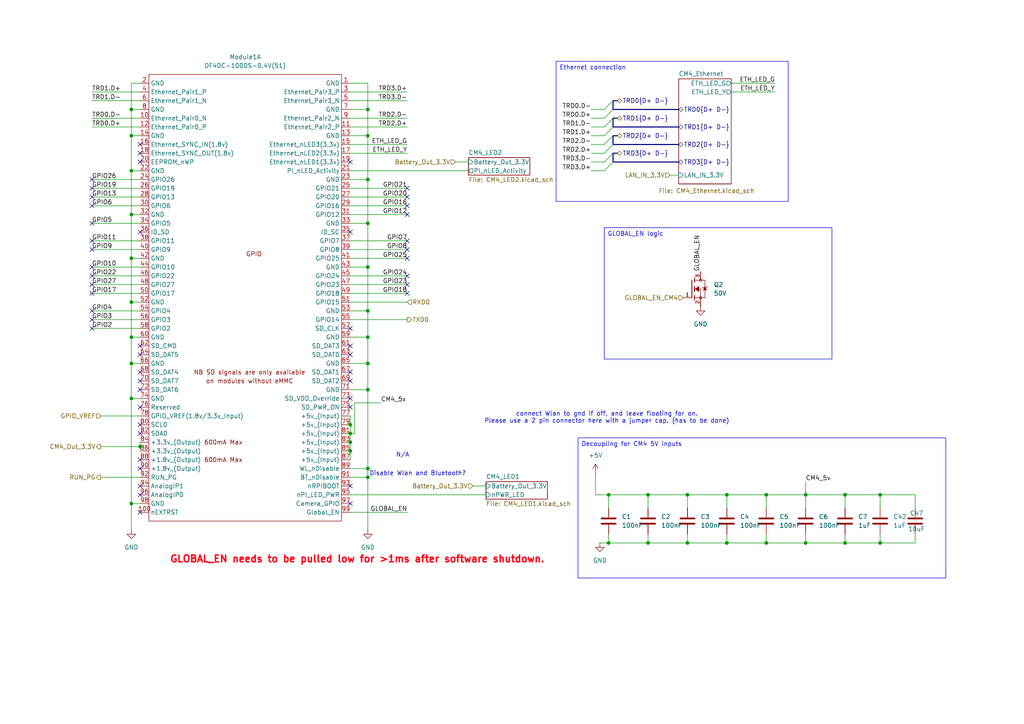
<source format=kicad_sch>
(kicad_sch (version 20250114) (generator "eeschema") (generator_version "9.0")
  (paper "A4")
  (title_block (date "2025-11-19") (rev "0") (company "Davide"))
  (lib_symbols
    (symbol "#dzdb:g_cap/C-100n-0603" (pin_numbers (hide yes)) (pin_names (offset 0.254))
      (property "Reference" "C" (at 0.635 2.54 0))
      (property "Value" "100nF" (at 0.635 -2.54 0))
      (symbol "g_cap/C-100n-0603_0_1"
        (polyline (pts (xy -2.032 0.762) (xy 2.032 0.762)) (stroke (width 0.508)))
        (polyline (pts (xy -2.032 -0.762) (xy 2.032 -0.762)) (stroke (width 0.508)))
      )
      (symbol "g_cap/C-100n-0603_1_1"
        (pin passive line (at 0 3.81 270) (length 2.794) (name "~") (number "1"))
        (pin passive line (at 0 -3.81 90) (length 2.794) (name "~") (number "2"))
      )
    )
    (symbol "#dzdb:g_cap/C-1u-0603" (pin_numbers (hide yes)) (pin_names (offset 0.254))
      (property "Reference" "C" (at 0.635 2.54 0))
      (property "Value" "1uF" (at 0.635 -2.54 0))
      (symbol "g_cap/C-1u-0603_0_1"
        (polyline (pts (xy -2.032 0.762) (xy 2.032 0.762)) (stroke (width 0.508)))
        (polyline (pts (xy -2.032 -0.762) (xy 2.032 -0.762)) (stroke (width 0.508)))
      )
      (symbol "g_cap/C-1u-0603_1_1"
        (pin passive line (at 0 3.81 270) (length 2.794) (name "~") (number "1"))
        (pin passive line (at 0 -3.81 90) (length 2.794) (name "~") (number "2"))
      )
    )
    (symbol "#dzdb:s_cap/C-MUR-GRM32EC72A106KE05" (pin_numbers (hide yes)) (pin_names (offset 0.254))
      (property "Reference" "C" (at 0.635 2.54 0))
      (property "Value" "10uF" (at 0.635 -2.54 0))
      (symbol "s_cap/C-MUR-GRM32EC72A106KE05_0_1"
        (polyline (pts (xy -2.032 0.762) (xy 2.032 0.762)) (stroke (width 0.508)))
        (polyline (pts (xy -2.032 -0.762) (xy 2.032 -0.762)) (stroke (width 0.508)))
      )
      (symbol "s_cap/C-MUR-GRM32EC72A106KE05_1_1"
        (pin passive line (at 0 3.81 270) (length 2.794) (name "~") (number "1"))
        (pin passive line (at 0 -3.81 90) (length 2.794) (name "~") (number "2"))
      )
    )
    (symbol "#dzdb:s_con/CON-DF40C-100DS-0.4V51"
      (property "Reference" "Module?" (at -2.54 61.595 0))
      (property "Value" "DF40C-100DS-0.4V(51)" (at -2.54 59.2836 0))
      (symbol "s_con/CON-DF40C-100DS-0.4V51_1_0"
        (text "GPIO" (at 0 6.35 0) (effects (font (size 1.27 1.27))))
      )
      (symbol "s_con/CON-DF40C-100DS-0.4V51_1_1"
        (rectangle (start -30.48 -71.12) (end 25.4 58.42))
        (text "600mA Max" (at -8.89 -48.26 0) (effects (font (size 1.27 1.27))))
        (text "600mA Max" (at -8.89 -53.34 0) (effects (font (size 1.27 1.27))))
        (text "NB SD signals are only available" (at -1.27 -27.94 0) (effects (font (size 1.27 1.27))))
        (text "on modules without eMMC" (at -1.27 -30.48 0) (effects (font (size 1.27 1.27))))
        (pin power_in line (at -33.02 55.88 0) (length 2.54) (name "GND") (number "2"))
        (pin passive line (at -33.02 53.34 0) (length 2.54) (name "Ethernet_Pair1_P") (number "4"))
        (pin passive line (at -33.02 50.8 0) (length 2.54) (name "Ethernet_Pair1_N") (number "6"))
        (pin power_in line (at -33.02 48.26 0) (length 2.54) (name "GND") (number "8"))
        (pin passive line (at -33.02 45.72 0) (length 2.54) (name "Ethernet_Pair0_N") (number "10"))
        (pin passive line (at -33.02 43.18 0) (length 2.54) (name "Ethernet_Pair0_P") (number "12"))
        (pin power_in line (at -33.02 40.64 0) (length 2.54) (name "GND") (number "14"))
        (pin input line (at -33.02 38.1 0) (length 2.54) (name "Ethernet_SYNC_IN(1.8v)") (number "16"))
        (pin input line (at -33.02 35.56 0) (length 2.54) (name "Ethernet_SYNC_OUT(1.8v)") (number "18"))
        (pin passive line (at -33.02 33.02 0) (length 2.54) (name "EEPROM_nWP") (number "20"))
        (pin power_in line (at -33.02 30.48 0) (length 2.54) (name "GND") (number "22"))
        (pin passive line (at -33.02 27.94 0) (length 2.54) (name "GPIO26") (number "24"))
        (pin passive line (at -33.02 25.4 0) (length 2.54) (name "GPIO19") (number "26"))
        (pin passive line (at -33.02 22.86 0) (length 2.54) (name "GPIO13") (number "28"))
        (pin passive line (at -33.02 20.32 0) (length 2.54) (name "GPIO6") (number "30"))
        (pin power_in line (at -33.02 17.78 0) (length 2.54) (name "GND") (number "32"))
        (pin passive line (at -33.02 15.24 0) (length 2.54) (name "GPIO5") (number "34"))
        (pin passive line (at -33.02 12.7 0) (length 2.54) (name "ID_SD") (number "36"))
        (pin passive line (at -33.02 10.16 0) (length 2.54) (name "GPIO11") (number "38"))
        (pin passive line (at -33.02 7.62 0) (length 2.54) (name "GPIO9") (number "40"))
        (pin power_in line (at -33.02 5.08 0) (length 2.54) (name "GND") (number "42"))
        (pin passive line (at -33.02 2.54 0) (length 2.54) (name "GPIO10") (number "44"))
        (pin passive line (at -33.02 0 0) (length 2.54) (name "GPIO22") (number "46"))
        (pin passive line (at -33.02 -2.54 0) (length 2.54) (name "GPIO27") (number "48"))
        (pin passive line (at -33.02 -5.08 0) (length 2.54) (name "GPIO17") (number "50"))
        (pin power_in line (at -33.02 -7.62 0) (length 2.54) (name "GND") (number "52"))
        (pin passive line (at -33.02 -10.16 0) (length 2.54) (name "GPIO4") (number "54"))
        (pin passive line (at -33.02 -12.7 0) (length 2.54) (name "GPIO3") (number "56"))
        (pin passive line (at -33.02 -15.24 0) (length 2.54) (name "GPIO2") (number "58"))
        (pin power_in line (at -33.02 -17.78 0) (length 2.54) (name "GND") (number "60"))
        (pin passive line (at -33.02 -20.32 0) (length 2.54) (name "SD_CMD") (number "62"))
        (pin passive line (at -33.02 -22.86 0) (length 2.54) (name "SD_DAT5") (number "64"))
        (pin power_in line (at -33.02 -25.4 0) (length 2.54) (name "GND") (number "66"))
        (pin passive line (at -33.02 -27.94 0) (length 2.54) (name "SD_DAT4") (number "68"))
        (pin passive line (at -33.02 -30.48 0) (length 2.54) (name "SD_DAT7") (number "70"))
        (pin passive line (at -33.02 -33.02 0) (length 2.54) (name "SD_DAT6") (number "72"))
        (pin power_in line (at -33.02 -35.56 0) (length 2.54) (name "GND") (number "74"))
        (pin passive line (at -33.02 -38.1 0) (length 2.54) (name "Reserved") (number "76"))
        (pin power_in line (at -33.02 -40.64 0) (length 2.54) (name "GPIO_VREF(1.8v/3.3v_Input)") (number "78"))
        (pin passive line (at -33.02 -43.18 0) (length 2.54) (name "SCL0") (number "80"))
        (pin passive line (at -33.02 -45.72 0) (length 2.54) (name "SDA0") (number "82"))
        (pin power_out line (at -33.02 -48.26 0) (length 2.54) (name "+3.3v_(Output)") (number "84"))
        (pin power_out line (at -33.02 -50.8 0) (length 2.54) (name "+3.3v_(Output)") (number "86"))
        (pin power_out line (at -33.02 -53.34 0) (length 2.54) (name "+1.8v_(Output)") (number "88"))
        (pin power_out line (at -33.02 -55.88 0) (length 2.54) (name "+1.8v_(Output)") (number "90"))
        (pin passive line (at -33.02 -58.42 0) (length 2.54) (name "RUN_PG") (number "92"))
        (pin passive line (at -33.02 -60.96 0) (length 2.54) (name "AnalogIP1") (number "94"))
        (pin passive line (at -33.02 -63.5 0) (length 2.54) (name "AnalogIP0") (number "96"))
        (pin power_in line (at -33.02 -66.04 0) (length 2.54) (name "GND") (number "98"))
        (pin output line (at -33.02 -68.58 0) (length 2.54) (name "nEXTRST") (number "100"))
        (pin power_in line (at 27.94 55.88 180) (length 2.54) (name "GND") (number "1"))
        (pin passive line (at 27.94 53.34 180) (length 2.54) (name "Ethernet_Pair3_P") (number "3"))
        (pin passive line (at 27.94 50.8 180) (length 2.54) (name "Ethernet_Pair3_N") (number "5"))
        (pin power_in line (at 27.94 48.26 180) (length 2.54) (name "GND") (number "7"))
        (pin passive line (at 27.94 45.72 180) (length 2.54) (name "Ethernet_Pair2_N") (number "9"))
        (pin passive line (at 27.94 43.18 180) (length 2.54) (name "Ethernet_Pair2_P") (number "11"))
        (pin power_in line (at 27.94 40.64 180) (length 2.54) (name "GND") (number "13"))
        (pin output line (at 27.94 38.1 180) (length 2.54) (name "Ethernet_nLED3(3.3v)") (number "15"))
        (pin output line (at 27.94 35.56 180) (length 2.54) (name "Ethernet_nLED2(3.3v)") (number "17"))
        (pin output line (at 27.94 33.02 180) (length 2.54) (name "Ethernet_nLED1(3.3v)") (number "19"))
        (pin open_collector line (at 27.94 30.48 180) (length 2.54) (name "PI_nLED_Activity") (number "21"))
        (pin power_in line (at 27.94 27.94 180) (length 2.54) (name "GND") (number "23"))
        (pin passive line (at 27.94 25.4 180) (length 2.54) (name "GPIO21") (number "25"))
        (pin passive line (at 27.94 22.86 180) (length 2.54) (name "GPIO20") (number "27"))
        (pin passive line (at 27.94 20.32 180) (length 2.54) (name "GPIO16") (number "29"))
        (pin passive line (at 27.94 17.78 180) (length 2.54) (name "GPIO12") (number "31"))
        (pin power_in line (at 27.94 15.24 180) (length 2.54) (name "GND") (number "33"))
        (pin passive line (at 27.94 12.7 180) (length 2.54) (name "ID_SC") (number "35"))
        (pin passive line (at 27.94 10.16 180) (length 2.54) (name "GPIO7") (number "37"))
        (pin passive line (at 27.94 7.62 180) (length 2.54) (name "GPIO8") (number "39"))
        (pin passive line (at 27.94 5.08 180) (length 2.54) (name "GPIO25") (number "41"))
        (pin power_in line (at 27.94 2.54 180) (length 2.54) (name "GND") (number "43"))
        (pin passive line (at 27.94 0 180) (length 2.54) (name "GPIO24") (number "45"))
        (pin passive line (at 27.94 -2.54 180) (length 2.54) (name "GPIO23") (number "47"))
        (pin passive line (at 27.94 -5.08 180) (length 2.54) (name "GPIO18") (number "49"))
        (pin passive line (at 27.94 -7.62 180) (length 2.54) (name "GPIO15") (number "51"))
        (pin power_in line (at 27.94 -10.16 180) (length 2.54) (name "GND") (number "53"))
        (pin passive line (at 27.94 -12.7 180) (length 2.54) (name "GPIO14") (number "55"))
        (pin passive line (at 27.94 -15.24 180) (length 2.54) (name "SD_CLK") (number "57"))
        (pin power_in line (at 27.94 -17.78 180) (length 2.54) (name "GND") (number "59"))
        (pin passive line (at 27.94 -20.32 180) (length 2.54) (name "SD_DAT3") (number "61"))
        (pin passive line (at 27.94 -22.86 180) (length 2.54) (name "SD_DAT0") (number "63"))
        (pin power_in line (at 27.94 -25.4 180) (length 2.54) (name "GND") (number "65"))
        (pin passive line (at 27.94 -27.94 180) (length 2.54) (name "SD_DAT1") (number "67"))
        (pin passive line (at 27.94 -30.48 180) (length 2.54) (name "SD_DAT2") (number "69"))
        (pin power_in line (at 27.94 -33.02 180) (length 2.54) (name "GND") (number "71"))
        (pin input line (at 27.94 -35.56 180) (length 2.54) (name "SD_VDD_Override") (number "73"))
        (pin output line (at 27.94 -38.1 180) (length 2.54) (name "SD_PWR_ON") (number "75"))
        (pin power_in line (at 27.94 -40.64 180) (length 2.54) (name "+5v_(Input)") (number "77"))
        (pin power_in line (at 27.94 -43.18 180) (length 2.54) (name "+5v_(Input)") (number "79"))
        (pin power_in line (at 27.94 -45.72 180) (length 2.54) (name "+5v_(Input)") (number "81"))
        (pin power_in line (at 27.94 -48.26 180) (length 2.54) (name "+5v_(Input)") (number "83"))
        (pin power_in line (at 27.94 -50.8 180) (length 2.54) (name "+5v_(Input)") (number "85"))
        (pin power_in line (at 27.94 -53.34 180) (length 2.54) (name "+5v_(Input)") (number "87"))
        (pin input line (at 27.94 -55.88 180) (length 2.54) (name "WL_nDisable") (number "89"))
        (pin input line (at 27.94 -58.42 180) (length 2.54) (name "BT_nDisable") (number "91"))
        (pin input line (at 27.94 -60.96 180) (length 2.54) (name "nRPIBOOT") (number "93"))
        (pin output line (at 27.94 -63.5 180) (length 2.54) (name "nPI_LED_PWR") (number "95"))
        (pin passive line (at 27.94 -66.04 180) (length 2.54) (name "Camera_GPIO") (number "97"))
        (pin input line (at 27.94 -68.58 180) (length 2.54) (name "Global_EN") (number "99"))
      )
      (symbol "s_con/CON-DF40C-100DS-0.4V51_2_1"
        (rectangle (start 114.3 -66.04) (end 165.1 63.5))
        (text "High Speed Serial" (at 140.97 0 0) (effects (font (size 1.27 1.27))))
        (pin input line (at 109.22 60.96 0) (length 5.08) (name "PCIe_CLK_nREQ") (number "102"))
        (pin passive line (at 109.22 58.42 0) (length 5.08) (name "Reserved") (number "104"))
        (pin passive line (at 109.22 55.88 0) (length 5.08) (name "Reserved") (number "106"))
        (pin power_in line (at 109.22 53.34 0) (length 5.08) (name "GND") (number "108"))
        (pin output line (at 109.22 50.8 0) (length 5.08) (name "PCIe_CLK_P") (number "110"))
        (pin output line (at 109.22 48.26 0) (length 5.08) (name "PCIe_CLK_N") (number "112"))
        (pin power_in line (at 109.22 45.72 0) (length 5.08) (name "GND") (number "114"))
        (pin input line (at 109.22 43.18 0) (length 5.08) (name "PCIe_RX_P") (number "116"))
        (pin input line (at 109.22 40.64 0) (length 5.08) (name "PCIe_RX_N") (number "118"))
        (pin power_in line (at 109.22 38.1 0) (length 5.08) (name "GND") (number "120"))
        (pin output line (at 109.22 35.56 0) (length 5.08) (name "PCIe_TX_P") (number "122"))
        (pin output line (at 109.22 33.02 0) (length 5.08) (name "PCIe_TX_N") (number "124"))
        (pin power_in line (at 109.22 30.48 0) (length 5.08) (name "GND") (number "126"))
        (pin input line (at 109.22 27.94 0) (length 5.08) (name "CAM0_D0_N") (number "128"))
        (pin input line (at 109.22 25.4 0) (length 5.08) (name "CAM0_D0_P") (number "130"))
        (pin power_in line (at 109.22 22.86 0) (length 5.08) (name "GND") (number "132"))
        (pin input line (at 109.22 20.32 0) (length 5.08) (name "CAM0_D1_N") (number "134"))
        (pin input line (at 109.22 17.78 0) (length 5.08) (name "CAM0_D1_P") (number "136"))
        (pin power_in line (at 109.22 15.24 0) (length 5.08) (name "GND") (number "138"))
        (pin input line (at 109.22 12.7 0) (length 5.08) (name "CAM0_C_N") (number "140"))
        (pin input line (at 109.22 10.16 0) (length 5.08) (name "CAM0_C_P") (number "142"))
        (pin power_in line (at 109.22 7.62 0) (length 5.08) (name "GND") (number "144"))
        (pin output line (at 109.22 5.08 0) (length 5.08) (name "HDMI1_TX2_P") (number "146"))
        (pin output line (at 109.22 2.54 0) (length 5.08) (name "HDMI1_TX2_N") (number "148"))
        (pin power_in line (at 109.22 0 0) (length 5.08) (name "GND") (number "150"))
        (pin output line (at 109.22 -2.54 0) (length 5.08) (name "HDMI1_TX1_P") (number "152"))
        (pin output line (at 109.22 -5.08 0) (length 5.08) (name "HDMI1_TX1_N") (number "154"))
        (pin power_in line (at 109.22 -7.62 0) (length 5.08) (name "GND") (number "156"))
        (pin output line (at 109.22 -10.16 0) (length 5.08) (name "HDMI1_TX0_P") (number "158"))
        (pin output line (at 109.22 -12.7 0) (length 5.08) (name "HDMI1_TX0_N") (number "160"))
        (pin power_in line (at 109.22 -15.24 0) (length 5.08) (name "GND") (number "162"))
        (pin output line (at 109.22 -17.78 0) (length 5.08) (name "HDMI1_CLK_P") (number "164"))
        (pin output line (at 109.22 -20.32 0) (length 5.08) (name "HDMI1_CLK_N") (number "166"))
        (pin power_in line (at 109.22 -22.86 0) (length 5.08) (name "GND") (number "168"))
        (pin output line (at 109.22 -25.4 0) (length 5.08) (name "HDMI0_TX2_P") (number "170"))
        (pin output line (at 109.22 -27.94 0) (length 5.08) (name "HDMI0_TX2_N") (number "172"))
        (pin power_in line (at 109.22 -30.48 0) (length 5.08) (name "GND") (number "174"))
        (pin output line (at 109.22 -33.02 0) (length 5.08) (name "HDMI0_TX1_P") (number "176"))
        (pin output line (at 109.22 -35.56 0) (length 5.08) (name "HDMI0_TX1_N") (number "178"))
        (pin power_in line (at 109.22 -38.1 0) (length 5.08) (name "GND") (number "180"))
        (pin output line (at 109.22 -40.64 0) (length 5.08) (name "HDMI0_TX0_P") (number "182"))
        (pin output line (at 109.22 -43.18 0) (length 5.08) (name "HDMI0_TX0_N") (number "184"))
        (pin power_in line (at 109.22 -45.72 0) (length 5.08) (name "GND") (number "186"))
        (pin output line (at 109.22 -48.26 0) (length 5.08) (name "HDMI0_CLK_P") (number "188"))
        (pin output line (at 109.22 -50.8 0) (length 5.08) (name "HDMI0_CLK_N") (number "190"))
        (pin power_in line (at 109.22 -53.34 0) (length 5.08) (name "GND") (number "192"))
        (pin output line (at 109.22 -55.88 0) (length 5.08) (name "DSI1_D3_N") (number "194"))
        (pin output line (at 109.22 -58.42 0) (length 5.08) (name "DSI1_D3_P") (number "196"))
        (pin power_in line (at 109.22 -60.96 0) (length 5.08) (name "GND") (number "198"))
        (pin open_collector line (at 109.22 -63.5 0) (length 5.08) (name "HDMI0_SCL") (number "200"))
        (pin input line (at 170.18 60.96 180) (length 5.08) (name "USB_OTG_ID") (number "101"))
        (pin passive line (at 170.18 58.42 180) (length 5.08) (name "USB2_N") (number "103"))
        (pin passive line (at 170.18 55.88 180) (length 5.08) (name "USB2_P") (number "105"))
        (pin power_in line (at 170.18 53.34 180) (length 5.08) (name "GND") (number "107"))
        (pin bidirectional line (at 170.18 50.8 180) (length 5.08) (name "PCIe_nRST") (number "109"))
        (pin passive line (at 170.18 48.26 180) (length 5.08) (name "VDAC_COMP") (number "111"))
        (pin power_in line (at 170.18 45.72 180) (length 5.08) (name "GND") (number "113"))
        (pin input line (at 170.18 43.18 180) (length 5.08) (name "CAM1_D0_N") (number "115"))
        (pin input line (at 170.18 40.64 180) (length 5.08) (name "CAM1_D0_P") (number "117"))
        (pin power_in line (at 170.18 38.1 180) (length 5.08) (name "GND") (number "119"))
        (pin input line (at 170.18 35.56 180) (length 5.08) (name "CAM1_D1_N") (number "121"))
        (pin input line (at 170.18 33.02 180) (length 5.08) (name "CAM1_D1_P") (number "123"))
        (pin power_in line (at 170.18 30.48 180) (length 5.08) (name "GND") (number "125"))
        (pin input line (at 170.18 27.94 180) (length 5.08) (name "CAM1_C_N") (number "127"))
        (pin input line (at 170.18 25.4 180) (length 5.08) (name "CAM1_C_P") (number "129"))
        (pin power_in line (at 170.18 22.86 180) (length 5.08) (name "GND") (number "131"))
        (pin input line (at 170.18 20.32 180) (length 5.08) (name "CAM1_D2_N") (number "133"))
        (pin input line (at 170.18 17.78 180) (length 5.08) (name "CAM1_D2_P") (number "135"))
        (pin power_in line (at 170.18 15.24 180) (length 5.08) (name "GND") (number "137"))
        (pin input line (at 170.18 12.7 180) (length 5.08) (name "CAM1_D3_N") (number "139"))
        (pin input line (at 170.18 10.16 180) (length 5.08) (name "CAM1_D3_P") (number "141"))
        (pin input line (at 170.18 7.62 180) (length 5.08) (name "HDMI1_HOTPLUG") (number "143"))
        (pin bidirectional line (at 170.18 5.08 180) (length 5.08) (name "HDMI1_SDA") (number "145"))
        (pin open_collector line (at 170.18 2.54 180) (length 5.08) (name "HDMI1_SCL") (number "147"))
        (pin open_collector line (at 170.18 0 180) (length 5.08) (name "HDMI1_CEC") (number "149"))
        (pin open_collector line (at 170.18 -2.54 180) (length 5.08) (name "HDMI0_CEC") (number "151"))
        (pin input line (at 170.18 -5.08 180) (length 5.08) (name "HDMI0_HOTPLUG") (number "153"))
        (pin power_in line (at 170.18 -7.62 180) (length 5.08) (name "GND") (number "155"))
        (pin output line (at 170.18 -10.16 180) (length 5.08) (name "DSI0_D0_N") (number "157"))
        (pin output line (at 170.18 -12.7 180) (length 5.08) (name "DSI0_D0_P") (number "159"))
        (pin power_in line (at 170.18 -15.24 180) (length 5.08) (name "GND") (number "161"))
        (pin output line (at 170.18 -17.78 180) (length 5.08) (name "DSI0_D1_N") (number "163"))
        (pin output line (at 170.18 -20.32 180) (length 5.08) (name "DSI0_D1_P") (number "165"))
        (pin power_in line (at 170.18 -22.86 180) (length 5.08) (name "GND") (number "167"))
        (pin output line (at 170.18 -25.4 180) (length 5.08) (name "DSI0_C_N") (number "169"))
        (pin output line (at 170.18 -27.94 180) (length 5.08) (name "DSI0_C_P") (number "171"))
        (pin power_in line (at 170.18 -30.48 180) (length 5.08) (name "GND") (number "173"))
        (pin output line (at 170.18 -33.02 180) (length 5.08) (name "DSI1_D0_N") (number "175"))
        (pin output line (at 170.18 -35.56 180) (length 5.08) (name "DSI1_D0_P") (number "177"))
        (pin power_in line (at 170.18 -38.1 180) (length 5.08) (name "GND") (number "179"))
        (pin output line (at 170.18 -40.64 180) (length 5.08) (name "DSI1_D1_N") (number "181"))
        (pin output line (at 170.18 -43.18 180) (length 5.08) (name "DSI1_D1_P") (number "183"))
        (pin power_in line (at 170.18 -45.72 180) (length 5.08) (name "GND") (number "185"))
        (pin output line (at 170.18 -48.26 180) (length 5.08) (name "DSI1_C_N") (number "187"))
        (pin output line (at 170.18 -50.8 180) (length 5.08) (name "DSI1_C_P") (number "189"))
        (pin power_in line (at 170.18 -53.34 180) (length 5.08) (name "GND") (number "191"))
        (pin output line (at 170.18 -55.88 180) (length 5.08) (name "DSI1_D2_N") (number "193"))
        (pin output line (at 170.18 -58.42 180) (length 5.08) (name "DSI1_D2_P") (number "195"))
        (pin power_in line (at 170.18 -60.96 180) (length 5.08) (name "GND") (number "197"))
        (pin bidirectional line (at 170.18 -63.5 180) (length 5.08) (name "HDMI0_SDA") (number "199"))
      )
    )
    (symbol "#dzdb:s_misc/ONSE-BSS138" (pin_names (offset 1.016))
      (property "Reference" "Q" (at -8.89 2.54 0))
      (property "Value" "50V" (at -8.89 -7.62 0))
      (symbol "s_misc/ONSE-BSS138_0_0"
        (polyline (pts (xy 0 2.54) (xy 0 -2.54)) (stroke (width 0.254)))
        (polyline (pts (xy 0.762 3.175) (xy 0.762 2.54)) (stroke (width 0.254)))
        (polyline (pts (xy 0.762 2.54) (xy 0.762 1.905)) (stroke (width 0.254)))
        (polyline (pts (xy 0.762 2.54) (xy 3.81 2.54)) (stroke (width 0.1524)))
        (polyline (pts (xy 0.762 0.762) (xy 0.762 0)) (stroke (width 0.254)))
        (polyline (pts (xy 0.762 0) (xy 0.762 -0.762)) (stroke (width 0.254)))
        (polyline (pts (xy 0.762 0) (xy 2.54 0)) (stroke (width 0.1524)))
        (polyline (pts (xy 0.762 -1.905) (xy 0.762 -2.54)) (stroke (width 0.254)))
        (polyline (pts (xy 0.762 -2.54) (xy 0.762 -3.175)) (stroke (width 0.254)))
        (polyline (pts (xy 1.016 0) (xy 2.032 0.762) (xy 2.032 -0.762) (xy 1.016 0)) (stroke (width 0.1524)) (fill (type outline)))
        (circle (center 2.54 2.54) (radius 0.3592))
        (polyline (pts (xy 2.54 0) (xy 2.54 -2.54)) (stroke (width 0.1524)))
        (polyline (pts (xy 2.54 -2.54) (xy 0.762 -2.54)) (stroke (width 0.1524)))
        (polyline (pts (xy 2.54 -2.54) (xy 3.81 -2.54)) (stroke (width 0.1524)))
        (circle (center 2.54 -2.54) (radius 0.3592))
        (polyline (pts (xy 3.302 0.508) (xy 3.048 0.254)) (stroke (width 0.1524)))
        (polyline (pts (xy 3.81 2.54) (xy 3.81 0.508)) (stroke (width 0.1524)))
        (polyline (pts (xy 3.81 0.508) (xy 3.302 0.508)) (stroke (width 0.1524)))
        (polyline (pts (xy 3.81 0.508) (xy 3.81 -2.54)) (stroke (width 0.1524)))
        (polyline (pts (xy 3.81 0.508) (xy 3.302 -0.254) (xy 4.318 -0.254) (xy 3.81 0.508)) (stroke (width 0.1524)) (fill (type outline)))
        (polyline (pts (xy 4.318 0.508) (xy 3.81 0.508)) (stroke (width 0.1524)))
        (polyline (pts (xy 4.572 0.762) (xy 4.318 0.508)) (stroke (width 0.1524)))
        (pin passive line (at -2.54 -2.54 0) (length 2.54) (name "~") (number "1"))
        (pin passive line (at 2.54 5.08 270) (length 2.54) (name "~") (number "3"))
        (pin passive line (at 2.54 -5.08 90) (length 2.54) (name "~") (number "2"))
      )
    )
    (symbol "power:+5V" (power) (pin_numbers (hide yes)) (pin_names (offset 0) (hide yes))
      (property "Value" "+5V" (at 0 3.556 0))
      (symbol "+5V_0_1"
        (polyline (pts (xy -0.762 1.27) (xy 0 2.54)))
        (polyline (pts (xy 0 2.54) (xy 0.762 1.27)))
        (polyline (pts (xy 0 0) (xy 0 2.54)))
      )
      (symbol "+5V_1_1"
        (pin power_in line (at 0 0 90) (length 0) (name "~") (number "1"))
      )
    )
    (symbol "power:GND" (power) (pin_numbers (hide yes)) (pin_names (offset 0) (hide yes))
      (property "Value" "GND" (at 0 -3.81 0))
      (symbol "GND_0_1"
        (polyline (pts (xy 0 0) (xy 0 -1.27) (xy 1.27 -1.27) (xy 0 -2.54) (xy -1.27 -1.27) (xy 0 -1.27)))
      )
      (symbol "GND_1_1"
        (pin power_in line (at 0 0 270) (length 0) (name "~") (number "1"))
      )
    )
  )
  (text "N/A" (at 116.7877 132.0238 0) (effects (font (size 1.27 1.27))))
  (text "connect Wlan to gnd if off, and leave floating for on.\nPlease use a 2 pin connector here with a jumper cap. (has to be done)" (at 176.022 121.158 0) (effects (font (size 1.27 1.27))))
  (text "GLOBAL_EN needs to be pulled low for >1ms after software shutdown." (at 103.632 162.306 0) (effects (font (size 2 2) (thickness 0.4) (bold yes))))
  (text "Disable Wlan and Bluetooth?" (at 121.158 137.414 0) (effects (font (size 1.27 1.27))))
  (text_box "Ethernet connection" (at 161.29 17.78 0) (size 67.31 40.64) (margins 0.9525 0.9525 0.9525 0.9525) (effects (font (size 1.27 1.27)) (justify left top)))
  (text_box "GLOBAL_EN logic" (at 175.26 66.04 0) (size 66.04 38.1) (margins 0.9525 0.9525 0.9525 0.9525) (effects (font (size 1.27 1.27)) (justify left top)))
  (text_box "Decoupling for CM4 5V inputs" (at 167.64 127 0) (size 106.68 40.64) (margins 0.9525 0.9525 0.9525 0.9525) (effects (font (size 1.27 1.27)) (justify left top)))
  (junction (at 222.25 157.48))
  (junction (at 106.68 97.79))
  (junction (at 222.25 143.51))
  (junction (at 187.96 143.51))
  (junction (at 106.68 64.77))
  (junction (at 199.39 143.51))
  (junction (at 255.27 157.48))
  (junction (at 106.68 138.43))
  (junction (at 40.64 129.54))
  (junction (at 38.1 146.05))
  (junction (at 255.27 143.51))
  (junction (at 106.68 90.17))
  (junction (at 233.68 157.48))
  (junction (at 38.1 115.57))
  (junction (at 233.68 143.51))
  (junction (at 38.1 87.63))
  (junction (at 106.68 31.75))
  (junction (at 176.53 143.51))
  (junction (at 106.68 77.47))
  (junction (at 106.68 113.03))
  (junction (at 210.82 143.51))
  (junction (at 38.1 39.37))
  (junction (at 245.11 157.48))
  (junction (at 187.96 157.48))
  (junction (at 101.6 128.27))
  (junction (at 38.1 49.53))
  (junction (at 101.6 125.73))
  (junction (at 106.68 52.07))
  (junction (at 101.6 130.81))
  (junction (at 101.6 123.19))
  (junction (at 106.68 105.41))
  (junction (at 176.53 157.48))
  (junction (at 199.39 157.48))
  (junction (at 210.82 157.48))
  (junction (at 38.1 74.93))
  (junction (at 38.1 62.23))
  (junction (at 38.1 105.41))
  (junction (at 38.1 31.75))
  (junction (at 106.68 135.89))
  (junction (at 106.68 39.37))
  (junction (at 38.1 97.79))
  (junction (at 245.11 143.51))
  (no_connect (at 40.64 100.33))
  (no_connect (at 26.67 69.85))
  (no_connect (at 26.67 54.61))
  (no_connect (at 118.11 74.93))
  (no_connect (at 40.64 41.91))
  (no_connect (at 40.64 125.73))
  (no_connect (at 26.67 77.47))
  (no_connect (at 101.6 140.97))
  (no_connect (at 26.67 92.71))
  (no_connect (at 101.6 146.05))
  (no_connect (at 118.11 82.55))
  (no_connect (at 26.67 80.01))
  (no_connect (at 101.6 46.99))
  (no_connect (at 26.67 57.15))
  (no_connect (at 101.6 95.25))
  (no_connect (at 118.11 59.69))
  (no_connect (at 101.6 115.57))
  (no_connect (at 40.64 123.19))
  (no_connect (at 118.11 62.23))
  (no_connect (at 118.11 54.61))
  (no_connect (at 101.6 118.11))
  (no_connect (at 40.64 102.87))
  (no_connect (at 26.67 64.77))
  (no_connect (at 40.64 44.45))
  (no_connect (at 118.11 85.09))
  (no_connect (at 26.67 52.07))
  (no_connect (at 101.6 102.87))
  (no_connect (at 101.6 67.31))
  (no_connect (at 40.64 107.95))
  (no_connect (at 40.64 67.31))
  (no_connect (at 26.67 85.09))
  (no_connect (at 26.67 95.25))
  (no_connect (at 118.11 57.15))
  (no_connect (at 101.6 100.33))
  (no_connect (at 26.67 59.69))
  (no_connect (at 40.64 143.51))
  (no_connect (at 101.6 110.49))
  (no_connect (at 101.6 107.95))
  (no_connect (at 40.64 140.97))
  (no_connect (at 40.64 148.59))
  (no_connect (at 26.67 90.17))
  (no_connect (at 118.11 80.01))
  (no_connect (at 40.64 118.11))
  (no_connect (at 40.64 133.35))
  (no_connect (at 40.64 135.89))
  (no_connect (at 40.64 110.49))
  (no_connect (at 26.67 72.39))
  (no_connect (at 118.11 72.39))
  (no_connect (at 26.67 82.55))
  (no_connect (at 118.11 69.85))
  (no_connect (at 40.64 113.03))
  (no_connect (at 40.64 46.99))
  (bus_entry (at 177.8 34.29) (size -2.54 2.54))
  (bus_entry (at 177.8 36.83) (size -2.54 2.54))
  (bus_entry (at 177.8 31.75) (size -2.54 2.54))
  (bus_entry (at 177.8 41.91) (size -2.54 2.54))
  (bus_entry (at 177.8 46.99) (size -2.54 2.54))
  (bus_entry (at 177.8 44.45) (size -2.54 2.54))
  (bus_entry (at 177.8 39.37) (size -2.54 2.54))
  (bus_entry (at 177.8 29.21) (size -2.54 2.54))
  (wire (pts (xy 38.1 31.75) (xy 38.1 39.37)))
  (wire (pts (xy 106.68 138.43) (xy 106.68 153.67)))
  (wire (pts (xy 40.64 128.27) (xy 40.64 129.54)))
  (wire (pts (xy 40.64 129.54) (xy 40.64 130.81)))
  (wire (pts (xy 101.6 113.03) (xy 106.68 113.03)))
  (wire (pts (xy 106.68 64.77) (xy 106.68 77.47)))
  (wire (pts (xy 101.6 90.17) (xy 106.68 90.17)))
  (wire (pts (xy 265.43 154.94) (xy 265.43 157.48)))
  (wire (pts (xy 101.6 120.65) (xy 101.6 123.19)))
  (wire (pts (xy 101.6 52.07) (xy 106.68 52.07)))
  (wire (pts (xy 175.26 46.99) (xy 171.45 46.99)))
  (wire (pts (xy 224.79 26.67) (xy 212.09 26.67)))
  (wire (pts (xy 245.11 143.51) (xy 245.11 147.32)))
  (wire (pts (xy 106.68 77.47) (xy 106.68 90.17)))
  (wire (pts (xy 101.6 80.01) (xy 118.11 80.01)))
  (wire (pts (xy 101.6 57.15) (xy 118.11 57.15)))
  (wire (pts (xy 175.26 31.75) (xy 171.45 31.75)))
  (wire (pts (xy 101.6 130.81) (xy 101.6 133.35)))
  (wire (pts (xy 106.68 97.79) (xy 106.68 105.41)))
  (wire (pts (xy 101.6 64.77) (xy 106.68 64.77)))
  (wire (pts (xy 101.6 59.69) (xy 118.11 59.69)))
  (wire (pts (xy 26.67 95.25) (xy 40.64 95.25)))
  (wire (pts (xy 40.64 62.23) (xy 38.1 62.23)))
  (wire (pts (xy 233.68 154.94) (xy 233.68 157.48)))
  (wire (pts (xy 233.68 143.51) (xy 222.25 143.51)))
  (wire (pts (xy 187.96 157.48) (xy 199.39 157.48)))
  (bus (pts (xy 179.07 29.21) (xy 177.8 29.21)))
  (wire (pts (xy 106.68 135.89) (xy 106.68 138.43)))
  (wire (pts (xy 255.27 157.48) (xy 265.43 157.48)))
  (wire (pts (xy 101.6 72.39) (xy 118.11 72.39)))
  (wire (pts (xy 175.26 44.45) (xy 171.45 44.45)))
  (wire (pts (xy 233.68 139.7) (xy 233.68 143.51)))
  (wire (pts (xy 40.64 87.63) (xy 38.1 87.63)))
  (wire (pts (xy 38.1 39.37) (xy 38.1 49.53)))
  (wire (pts (xy 210.82 143.51) (xy 199.39 143.51)))
  (wire (pts (xy 101.6 92.71) (xy 118.11 92.71)))
  (wire (pts (xy 26.67 92.71) (xy 40.64 92.71)))
  (wire (pts (xy 101.6 24.13) (xy 106.68 24.13)))
  (wire (pts (xy 106.68 105.41) (xy 106.68 113.03)))
  (wire (pts (xy 40.64 49.53) (xy 38.1 49.53)))
  (wire (pts (xy 26.67 34.29) (xy 40.64 34.29)))
  (wire (pts (xy 172.72 137.16) (xy 172.72 143.51)))
  (wire (pts (xy 38.1 105.41) (xy 38.1 115.57)))
  (wire (pts (xy 38.1 62.23) (xy 38.1 74.93)))
  (wire (pts (xy 245.11 157.48) (xy 245.11 154.94)))
  (wire (pts (xy 132.08 46.99) (xy 135.89 46.99)))
  (wire (pts (xy 101.6 143.51) (xy 140.97 143.51)))
  (wire (pts (xy 38.1 146.05) (xy 38.1 153.67)))
  (wire (pts (xy 102.87 116.84) (xy 102.87 125.73)))
  (wire (pts (xy 101.6 44.45) (xy 118.11 44.45)))
  (wire (pts (xy 222.25 157.48) (xy 222.25 154.94)))
  (wire (pts (xy 101.6 39.37) (xy 106.68 39.37)))
  (wire (pts (xy 175.26 41.91) (xy 171.45 41.91)))
  (wire (pts (xy 26.67 90.17) (xy 40.64 90.17)))
  (bus (pts (xy 179.07 39.37) (xy 177.8 39.37)))
  (wire (pts (xy 40.64 115.57) (xy 38.1 115.57)))
  (wire (pts (xy 40.64 146.05) (xy 38.1 146.05)))
  (wire (pts (xy 101.6 31.75) (xy 106.68 31.75)))
  (wire (pts (xy 199.39 157.48) (xy 210.82 157.48)))
  (wire (pts (xy 175.26 36.83) (xy 171.45 36.83)))
  (wire (pts (xy 40.64 31.75) (xy 38.1 31.75)))
  (wire (pts (xy 245.11 143.51) (xy 255.27 143.51)))
  (wire (pts (xy 26.67 54.61) (xy 40.64 54.61)))
  (wire (pts (xy 26.67 36.83) (xy 40.64 36.83)))
  (wire (pts (xy 26.67 59.69) (xy 40.64 59.69)))
  (wire (pts (xy 176.53 157.48) (xy 187.96 157.48)))
  (wire (pts (xy 187.96 143.51) (xy 187.96 147.32)))
  (wire (pts (xy 137.16 140.97) (xy 140.97 140.97)))
  (wire (pts (xy 106.68 24.13) (xy 106.68 31.75)))
  (wire (pts (xy 222.25 157.48) (xy 233.68 157.48)))
  (wire (pts (xy 38.1 74.93) (xy 38.1 87.63)))
  (wire (pts (xy 26.67 29.21) (xy 40.64 29.21)))
  (wire (pts (xy 26.67 52.07) (xy 40.64 52.07)))
  (wire (pts (xy 38.1 115.57) (xy 38.1 146.05)))
  (wire (pts (xy 101.6 97.79) (xy 106.68 97.79)))
  (wire (pts (xy 101.6 135.89) (xy 106.68 135.89)))
  (wire (pts (xy 106.68 52.07) (xy 106.68 64.77)))
  (wire (pts (xy 101.6 87.63) (xy 118.11 87.63)))
  (wire (pts (xy 101.6 74.93) (xy 118.11 74.93)))
  (wire (pts (xy 40.64 74.93) (xy 38.1 74.93)))
  (wire (pts (xy 101.6 36.83) (xy 118.11 36.83)))
  (wire (pts (xy 26.67 72.39) (xy 40.64 72.39)))
  (wire (pts (xy 210.82 157.48) (xy 210.82 154.94)))
  (wire (pts (xy 176.53 143.51) (xy 172.72 143.51)))
  (wire (pts (xy 106.68 31.75) (xy 106.68 39.37)))
  (wire (pts (xy 222.25 143.51) (xy 222.25 147.32)))
  (wire (pts (xy 40.64 97.79) (xy 38.1 97.79)))
  (bus (pts (xy 177.8 29.21) (xy 177.8 31.75)))
  (wire (pts (xy 29.21 120.65) (xy 40.64 120.65)))
  (wire (pts (xy 26.67 57.15) (xy 40.64 57.15)))
  (wire (pts (xy 26.67 82.55) (xy 40.64 82.55)))
  (wire (pts (xy 106.68 39.37) (xy 106.68 52.07)))
  (wire (pts (xy 101.6 125.73) (xy 101.6 128.27)))
  (wire (pts (xy 175.26 34.29) (xy 171.45 34.29)))
  (wire (pts (xy 26.67 69.85) (xy 40.64 69.85)))
  (wire (pts (xy 26.67 80.01) (xy 40.64 80.01)))
  (wire (pts (xy 222.25 143.51) (xy 210.82 143.51)))
  (bus (pts (xy 177.8 44.45) (xy 177.8 46.99)))
  (wire (pts (xy 224.79 24.13) (xy 212.09 24.13)))
  (wire (pts (xy 101.6 82.55) (xy 118.11 82.55)))
  (wire (pts (xy 194.31 50.8) (xy 196.85 50.8)))
  (bus (pts (xy 177.8 31.75) (xy 196.85 31.75)))
  (wire (pts (xy 187.96 143.51) (xy 176.53 143.51)))
  (wire (pts (xy 26.67 64.77) (xy 40.64 64.77)))
  (bus (pts (xy 177.8 46.99) (xy 196.85 46.99)))
  (wire (pts (xy 38.1 87.63) (xy 38.1 97.79)))
  (wire (pts (xy 210.82 143.51) (xy 210.82 147.32)))
  (wire (pts (xy 102.87 116.84) (xy 110.49 116.84)))
  (wire (pts (xy 101.6 34.29) (xy 118.11 34.29)))
  (wire (pts (xy 176.53 143.51) (xy 176.53 147.32)))
  (wire (pts (xy 101.6 29.21) (xy 118.11 29.21)))
  (wire (pts (xy 233.68 143.51) (xy 233.68 147.32)))
  (wire (pts (xy 38.1 97.79) (xy 38.1 105.41)))
  (wire (pts (xy 175.26 49.53) (xy 171.45 49.53)))
  (wire (pts (xy 29.21 129.54) (xy 40.64 129.54)))
  (wire (pts (xy 101.6 41.91) (xy 118.11 41.91)))
  (wire (pts (xy 106.68 113.03) (xy 106.68 135.89)))
  (bus (pts (xy 177.8 36.83) (xy 196.85 36.83)))
  (wire (pts (xy 101.6 85.09) (xy 118.11 85.09)))
  (wire (pts (xy 199.39 157.48) (xy 199.39 154.94)))
  (wire (pts (xy 40.64 39.37) (xy 38.1 39.37)))
  (bus (pts (xy 179.07 44.45) (xy 177.8 44.45)))
  (bus (pts (xy 179.07 34.29) (xy 177.8 34.29)))
  (bus (pts (xy 177.8 39.37) (xy 177.8 41.91)))
  (wire (pts (xy 40.64 24.13) (xy 38.1 24.13)))
  (bus (pts (xy 177.8 34.29) (xy 177.8 36.83)))
  (wire (pts (xy 101.6 123.19) (xy 101.6 125.73)))
  (wire (pts (xy 173.99 157.48) (xy 176.53 157.48)))
  (wire (pts (xy 101.6 148.59) (xy 118.11 148.59)))
  (wire (pts (xy 38.1 49.53) (xy 38.1 62.23)))
  (wire (pts (xy 40.64 105.41) (xy 38.1 105.41)))
  (wire (pts (xy 26.67 77.47) (xy 40.64 77.47)))
  (wire (pts (xy 102.87 125.73) (xy 101.6 125.73)))
  (wire (pts (xy 101.6 77.47) (xy 106.68 77.47)))
  (wire (pts (xy 245.11 143.51) (xy 233.68 143.51)))
  (wire (pts (xy 38.1 24.13) (xy 38.1 31.75)))
  (wire (pts (xy 187.96 157.48) (xy 187.96 154.94)))
  (bus (pts (xy 177.8 41.91) (xy 196.85 41.91)))
  (wire (pts (xy 233.68 157.48) (xy 245.11 157.48)))
  (wire (pts (xy 199.39 143.51) (xy 199.39 147.32)))
  (wire (pts (xy 101.6 138.43) (xy 106.68 138.43)))
  (wire (pts (xy 106.68 90.17) (xy 106.68 97.79)))
  (wire (pts (xy 255.27 157.48) (xy 245.11 157.48)))
  (wire (pts (xy 101.6 105.41) (xy 106.68 105.41)))
  (wire (pts (xy 175.26 39.37) (xy 171.45 39.37)))
  (wire (pts (xy 101.6 26.67) (xy 118.11 26.67)))
  (wire (pts (xy 29.21 138.43) (xy 40.64 138.43)))
  (wire (pts (xy 101.6 54.61) (xy 118.11 54.61)))
  (wire (pts (xy 101.6 69.85) (xy 118.11 69.85)))
  (wire (pts (xy 210.82 157.48) (xy 222.25 157.48)))
  (wire (pts (xy 199.39 143.51) (xy 187.96 143.51)))
  (wire (pts (xy 26.67 85.09) (xy 40.64 85.09)))
  (wire (pts (xy 176.53 154.94) (xy 176.53 157.48)))
  (wire (pts (xy 101.6 62.23) (xy 118.11 62.23)))
  (wire (pts (xy 101.6 49.53) (xy 135.89 49.53)))
  (wire (pts (xy 255.27 143.51) (xy 255.27 147.32)))
  (wire (pts (xy 255.27 143.51) (xy 265.43 143.51)))
  (wire (pts (xy 26.67 26.67) (xy 40.64 26.67)))
  (wire (pts (xy 101.6 128.27) (xy 101.6 130.81)))
  (wire (pts (xy 255.27 154.94) (xy 255.27 157.48)))
  (wire (pts (xy 265.43 143.51) (xy 265.43 147.32)))
  (image (at 124.46 -27.94))
  (label "TRD3.D+" (at 118.11 26.67 180))
  (label "GPIO4" (at 26.67 90.17 0))
  (label "TRD1.D-" (at 26.67 29.21 0))
  (label "GPIO9" (at 26.67 72.39 0))
  (label "TRD2.D-" (at 118.11 34.29 180))
  (label "GPIO10" (at 26.67 77.47 0))
  (label "TRD2.D+" (at 171.45 44.45 180))
  (label "GPIO20" (at 118.11 57.15 180))
  (label "ETH_LED_G" (at 224.79 24.13 180))
  (label "TRD3.D-" (at 118.11 29.21 180))
  (label "GPIO22" (at 26.67 80.01 0))
  (label "GPIO7" (at 118.11 69.85 180))
  (label "GLOBAL_EN" (at 118.11 148.59 180))
  (label "TRD1.D+" (at 171.45 39.37 180))
  (label "GPIO23" (at 118.11 82.55 180))
  (label "GPIO19" (at 26.67 54.61 0))
  (label "TRD0.D+" (at 171.45 34.29 180))
  (label "CM4_5v" (at 233.68 139.7 0))
  (label "CM4_5v" (at 110.49 116.84 0))
  (label "GPIO2" (at 26.67 95.25 0))
  (label "GPIO21" (at 118.11 54.61 180))
  (label "GPIO24" (at 118.11 80.01 180))
  (label "GPIO5" (at 26.67 64.77 0))
  (label "TRD1.D-" (at 171.45 36.83 180))
  (label "GPIO26" (at 26.67 52.07 0))
  (label "GPIO13" (at 26.67 57.15 0))
  (label "GPIO11" (at 26.67 69.85 0))
  (label "GPIO27" (at 26.67 82.55 0))
  (label "GLOBAL_EN" (at 203.2 78.74 90))
  (label "TRD0.D-" (at 171.45 31.75 180))
  (label "TRD0.D+" (at 26.67 36.83 0))
  (label "GPIO12" (at 118.11 62.23 180))
  (label "TRD0.D-" (at 26.67 34.29 0))
  (label "GPIO8" (at 118.11 72.39 180))
  (label "ETH_LED_Y" (at 224.79 26.67 180))
  (label "GPIO16" (at 118.11 59.69 180))
  (label "TRD1.D+" (at 26.67 26.67 0))
  (label "GPIO25" (at 118.11 74.93 180))
  (label "TRD3.D-" (at 171.45 46.99 180))
  (label "ETH_LED_Y" (at 118.11 44.45 180))
  (label "ETH_LED_G" (at 118.11 41.91 180))
  (label "TRD3.D+" (at 171.45 49.53 180))
  (label "TRD2.D+" (at 118.11 36.83 180))
  (label "TRD2.D-" (at 171.45 41.91 180))
  (label "GPIO18" (at 118.11 85.09 180))
  (label "GPIO17" (at 26.67 85.09 0))
  (label "GPIO6" (at 26.67 59.69 0))
  (label "GPIO3" (at 26.67 92.71 0))
  (hierarchical_label "TXD0" (shape output) (at 118.11 92.71 0))
  (hierarchical_label "TRD1{D+ D-}" (shape bidirectional) (at 179.07 34.29 0))
  (hierarchical_label "RXD0" (shape input) (at 118.11 87.63 0))
  (hierarchical_label "RUN_PG" (shape output) (at 29.21 138.43 180))
  (hierarchical_label "TRD2{D+ D-}" (shape bidirectional) (at 179.07 39.37 0))
  (hierarchical_label "GLOBAL_EN_CM4" (shape input) (at 198.12 86.36 180))
  (hierarchical_label "GPIO_VREF" (shape input) (at 29.21 120.65 180))
  (hierarchical_label "TRD0{D+ D-}" (shape bidirectional) (at 179.07 29.21 0))
  (hierarchical_label "Battery_Out_3.3V" (shape input) (at 137.16 140.97 180))
  (hierarchical_label "TRD3{D+ D-}" (shape bidirectional) (at 179.07 44.45 0))
  (hierarchical_label "LAN_IN_3.3V" (shape input) (at 194.31 50.8 180))
  (hierarchical_label "CM4_Out_3.3V" (shape output) (at 29.21 129.54 180))
  (hierarchical_label "Battery_Out_3.3V" (shape input) (at 132.08 46.99 180))
  (symbol (lib_id "#dzdb:g_cap/C-100n-0603") (at 222.25 151.13 0) (unit 1)
    (property "Reference" "C5" (at 226.06 149.8599 0) (effects (justify left)))
    (property "Value" "100nF" (at 226.06 152.3999 0) (effects (justify left)))
    (property "Footprint" "Capacitor_SMD:C_0603_1608Metric" (effects (hide yes)))
    (property "Datasheet" "https://www.we-online.com/components/products/datasheet/885012206095.pdf" (effects (hide yes)))
    (property "Description" "Cap 100nF 50V 0603 C0G ±10%" (effects (hide yes)))
    (property "IPN" "C-100n-0603" (effects (hide yes)))
    (property "MPN" "885012206095" (effects (hide yes)))
    (property "Manufacturer" "Wurth Elektronik" (effects (hide yes)))
    (property "Capacitance" "100nF" (effects (hide yes)))
    (property "Voltage" "50V" (effects (hide yes)))
    (property "Material" "C0G" (effects (hide yes)))
    (property "Tolerance" "10%" (effects (hide yes)))
    (property "Supplier" "Mouser" (effects (hide yes)))
    (property "SPN" "710-885012206095" (effects (hide yes)))
    (property "LCSC" "CXXXXX" (effects (hide yes)))
    (property "Comment" "lifecycle=Active; note=Auto-generated" (effects (hide yes)))
  )
  (symbol (lib_id "power:GND") (at 203.2 88.9 0) (unit 1)
    (property "Reference" "#PWR040" (effects (hide yes)))
    (property "Value" "GND" (at 203.2 93.98 0))
    (property "Description" "Power symbol creates a global label with name \"GND\" , ground" (effects (hide yes)))
  )
  (symbol (lib_id "#dzdb:g_cap/C-100n-0603") (at 199.39 151.13 0) (unit 1)
    (property "Reference" "C3" (at 203.2 149.8599 0) (effects (justify left)))
    (property "Value" "100nF" (at 203.2 152.3999 0) (effects (justify left)))
    (property "Footprint" "Capacitor_SMD:C_0603_1608Metric" (effects (hide yes)))
    (property "Datasheet" "https://www.we-online.com/components/products/datasheet/885012206095.pdf" (effects (hide yes)))
    (property "Description" "Cap 100nF 50V 0603 C0G ±10%" (effects (hide yes)))
    (property "IPN" "C-100n-0603" (effects (hide yes)))
    (property "MPN" "885012206095" (effects (hide yes)))
    (property "Manufacturer" "Wurth Elektronik" (effects (hide yes)))
    (property "Capacitance" "100nF" (effects (hide yes)))
    (property "Voltage" "50V" (effects (hide yes)))
    (property "Material" "C0G" (effects (hide yes)))
    (property "Tolerance" "10%" (effects (hide yes)))
    (property "Supplier" "Mouser" (effects (hide yes)))
    (property "SPN" "710-885012206095" (effects (hide yes)))
    (property "LCSC" "CXXXXX" (effects (hide yes)))
    (property "Comment" "lifecycle=Active; note=Auto-generated" (effects (hide yes)))
  )
  (symbol (lib_id "power:GND") (at 173.99 157.48 0) (unit 1)
    (property "Reference" "#PWR04" (effects (hide yes)))
    (property "Value" "GND" (at 173.99 162.56 0))
    (property "Description" "Power symbol creates a global label with name \"GND\" , ground" (effects (hide yes)))
  )
  (symbol (lib_id "#dzdb:g_cap/C-100n-0603") (at 176.53 151.13 0) (unit 1)
    (property "Reference" "C1" (at 180.34 149.8599 0) (effects (justify left)))
    (property "Value" "100nF" (at 180.34 152.3999 0) (effects (justify left)))
    (property "Footprint" "Capacitor_SMD:C_0603_1608Metric" (effects (hide yes)))
    (property "Datasheet" "https://www.we-online.com/components/products/datasheet/885012206095.pdf" (effects (hide yes)))
    (property "Description" "Cap 100nF 50V 0603 C0G ±10%" (effects (hide yes)))
    (property "IPN" "C-100n-0603" (effects (hide yes)))
    (property "MPN" "885012206095" (effects (hide yes)))
    (property "Manufacturer" "Wurth Elektronik" (effects (hide yes)))
    (property "Capacitance" "100nF" (effects (hide yes)))
    (property "Voltage" "50V" (effects (hide yes)))
    (property "Material" "C0G" (effects (hide yes)))
    (property "Tolerance" "10%" (effects (hide yes)))
    (property "Supplier" "Mouser" (effects (hide yes)))
    (property "SPN" "710-885012206095" (effects (hide yes)))
    (property "LCSC" "CXXXXX" (effects (hide yes)))
    (property "Comment" "lifecycle=Active; note=Auto-generated" (effects (hide yes)))
  )
  (symbol (lib_id "#dzdb:s_con/CON-DF40C-100DS-0.4V51") (at 73.66 80.01 0) (unit 1)
    (property "Reference" "Module1" (at 71.12 16.51 0))
    (property "Value" "DF40C-100DS-0.4V(51)" (at 71.12 19.05 0))
    (property "Footprint" "dz_con:Con-Raspberry-Pi-4-Compute-Module" (effects (hide yes)))
    (property "Description" "100-pin 0.4mm Pitch Board-to-Board Connector 100P 0.4mm Pitch" (effects (hide yes)))
    (property "Field4" "Hirose" (effects (hide yes)))
    (property "Field5" "2off DF40C-100DS-0.4V" (effects (hide yes)))
    (property "Field6" "2off DF40C-100DS-0.4V" (effects (hide yes)))
    (property "Field7" "Hirose" (effects (hide yes)))
    (property "Part Description" "	100 Position Connector Receptacle, Center Strip Contacts Surface Mount Gold" (effects (hide yes)))
    (property "IPN" "CON-DF40C-100DS-0.4V51" (effects (hide yes)))
    (property "MPN" "DF40C-100DS-0.4V(51)" (effects (hide yes)))
    (property "Manufacturer" "Hirose" (effects (hide yes)))
    (property "Symbol" "dz_con:DF40C-100DS-0.4V_51_" (effects (hide yes)))
    (property "Type" "Connector" (effects (hide yes)))
    (property "Pin Count" "Mouser" (effects (hide yes)))
    (property "Pitch" "798-DF40C-100DS-04V51" (effects (hide yes)))
    (property "Supplier" "N/A" (effects (hide yes)))
    (property "SPN" "https://www.lcsc.com/datasheet/C597931.pdf" (effects (hide yes)))
    (property "LCSC" "lifecycle=Active; note=100-pin 0.4mm pitch connector" (effects (hide yes)))
  )
  (symbol (lib_id "#dzdb:s_cap/C-MUR-GRM32EC72A106KE05") (at 265.43 151.13 0) (unit 1)
    (property "Reference" "C47" (at 263.906 148.844 0) (effects (justify left)))
    (property "Value" "10uF" (at 263.398 153.416 0) (effects (justify left)))
    (property "Footprint" "Capacitor_SMD:C_1210_3225Metric" (effects (hide yes)))
    (property "Datasheet" "https://www.murata.com/products/productdetail?partno=GRM32EC72A106KE05K" (effects (hide yes)))
    (property "Description" "Cap 10µF 100V 1210 X7R ±10%" (effects (hide yes)))
    (property "IPN" "C-MUR-GRM32EC72A106KE05" (effects (hide yes)))
    (property "MPN" "GRM32EC72A106KE05" (effects (hide yes)))
    (property "Manufacturer" "Murata Electronics" (effects (hide yes)))
    (property "Capacitance" "10uF" (effects (hide yes)))
    (property "Voltage" "100V" (effects (hide yes)))
    (property "Material" "X7R" (effects (hide yes)))
    (property "Tolerance" "10%" (effects (hide yes)))
    (property "Supplier" "Mouser" (effects (hide yes)))
    (property "SPN" "81-GRM32EC72A106KE5K" (effects (hide yes)))
    (property "LCSC" "C5444485" (effects (hide yes)))
    (property "Comment" "lifecycle=Active; Alternative part: Samsung CL32Y106KCVZNW (almost identical specs)" (effects (hide yes)))
  )
  (symbol (lib_id "#dzdb:g_cap/C-1u-0603") (at 255.27 151.13 0) (unit 1)
    (property "Reference" "C42" (at 259.08 149.8599 0) (effects (justify left)))
    (property "Value" "1uF" (at 259.08 152.3999 0) (effects (justify left)))
    (property "Footprint" "Capacitor_SMD:C_0603_1608Metric" (effects (hide yes)))
    (property "Datasheet" "https://www.we-online.com/components/products/datasheet/885012206126.pdf" (effects (hide yes)))
    (property "Description" "Cap 1uF 50V 0603 C0G ±10%" (effects (hide yes)))
    (property "IPN" "C-1u-0603" (effects (hide yes)))
    (property "MPN" "885012206126" (effects (hide yes)))
    (property "Manufacturer" "Wurth Elektronik" (effects (hide yes)))
    (property "Capacitance" "1uF" (effects (hide yes)))
    (property "Voltage" "50V" (effects (hide yes)))
    (property "Material" "C0G" (effects (hide yes)))
    (property "Tolerance" "10%" (effects (hide yes)))
    (property "Supplier" "Mouser" (effects (hide yes)))
    (property "SPN" "710-885012206126" (effects (hide yes)))
    (property "LCSC" "CXXXXX" (effects (hide yes)))
    (property "Comment" "lifecycle=Active; note=Auto-generated" (effects (hide yes)))
  )
  (symbol (lib_id "#dzdb:g_cap/C-1u-0603") (at 245.11 151.13 0) (unit 1)
    (property "Reference" "C7" (at 248.92 149.8599 0) (effects (justify left)))
    (property "Value" "1uF" (at 248.92 152.3999 0) (effects (justify left)))
    (property "Footprint" "Capacitor_SMD:C_0603_1608Metric" (effects (hide yes)))
    (property "Datasheet" "https://www.we-online.com/components/products/datasheet/885012206126.pdf" (effects (hide yes)))
    (property "Description" "Cap 1uF 50V 0603 C0G ±10%" (effects (hide yes)))
    (property "IPN" "C-1u-0603" (effects (hide yes)))
    (property "MPN" "885012206126" (effects (hide yes)))
    (property "Manufacturer" "Wurth Elektronik" (effects (hide yes)))
    (property "Capacitance" "1uF" (effects (hide yes)))
    (property "Voltage" "50V" (effects (hide yes)))
    (property "Material" "C0G" (effects (hide yes)))
    (property "Tolerance" "10%" (effects (hide yes)))
    (property "Supplier" "Mouser" (effects (hide yes)))
    (property "SPN" "710-885012206126" (effects (hide yes)))
    (property "LCSC" "CXXXXX" (effects (hide yes)))
    (property "Comment" "lifecycle=Active; note=Auto-generated" (effects (hide yes)))
  )
  (symbol (lib_id "power:GND") (at 106.68 153.67 0) (unit 1)
    (property "Reference" "#PWR03" (effects (hide yes)))
    (property "Value" "GND" (at 106.68 158.75 0))
    (property "Description" "Power symbol creates a global label with name \"GND\" , ground" (effects (hide yes)))
  )
  (symbol (lib_id "#dzdb:g_cap/C-100n-0603") (at 233.68 151.13 0) (unit 1)
    (property "Reference" "C6" (at 237.49 149.8599 0) (effects (justify left)))
    (property "Value" "100nF" (at 237.49 152.3999 0) (effects (justify left)))
    (property "Footprint" "Capacitor_SMD:C_0603_1608Metric" (effects (hide yes)))
    (property "Datasheet" "https://www.we-online.com/components/products/datasheet/885012206095.pdf" (effects (hide yes)))
    (property "Description" "Cap 100nF 50V 0603 C0G ±10%" (effects (hide yes)))
    (property "IPN" "C-100n-0603" (effects (hide yes)))
    (property "MPN" "885012206095" (effects (hide yes)))
    (property "Manufacturer" "Wurth Elektronik" (effects (hide yes)))
    (property "Capacitance" "100nF" (effects (hide yes)))
    (property "Voltage" "50V" (effects (hide yes)))
    (property "Material" "C0G" (effects (hide yes)))
    (property "Tolerance" "10%" (effects (hide yes)))
    (property "Supplier" "Mouser" (effects (hide yes)))
    (property "SPN" "710-885012206095" (effects (hide yes)))
    (property "LCSC" "CXXXXX" (effects (hide yes)))
    (property "Comment" "lifecycle=Active; note=Auto-generated" (effects (hide yes)))
  )
  (symbol (lib_id "#dzdb:g_cap/C-100n-0603") (at 210.82 151.13 0) (unit 1)
    (property "Reference" "C4" (at 214.63 149.8599 0) (effects (justify left)))
    (property "Value" "100nF" (at 214.63 152.3999 0) (effects (justify left)))
    (property "Footprint" "Capacitor_SMD:C_0603_1608Metric" (effects (hide yes)))
    (property "Datasheet" "https://www.we-online.com/components/products/datasheet/885012206095.pdf" (effects (hide yes)))
    (property "Description" "Cap 100nF 50V 0603 C0G ±10%" (effects (hide yes)))
    (property "IPN" "C-100n-0603" (effects (hide yes)))
    (property "MPN" "885012206095" (effects (hide yes)))
    (property "Manufacturer" "Wurth Elektronik" (effects (hide yes)))
    (property "Capacitance" "100nF" (effects (hide yes)))
    (property "Voltage" "50V" (effects (hide yes)))
    (property "Material" "C0G" (effects (hide yes)))
    (property "Tolerance" "10%" (effects (hide yes)))
    (property "Supplier" "Mouser" (effects (hide yes)))
    (property "SPN" "710-885012206095" (effects (hide yes)))
    (property "LCSC" "CXXXXX" (effects (hide yes)))
    (property "Comment" "lifecycle=Active; note=Auto-generated" (effects (hide yes)))
  )
  (symbol (lib_id "#dzdb:s_misc/ONSE-BSS138") (at 200.66 83.82 0) (unit 1)
    (property "Reference" "Q2" (at 207.01 82.5499 0) (effects (justify left)))
    (property "Value" "50V" (at 207.01 85.0899 0) (effects (justify left)))
    (property "Footprint" "dz_dio:onsemi_Mosfet_BSS138" (effects (hide yes)))
    (property "Datasheet" "https://www.snapeda.com/parts/BSS138/onsemi/datasheet/" (effects (hide yes)))
    (property "Description" "MOSFETs SOT-23 N-CH LOGIC" (effects (hide yes)))
    (property "MF" "onsemi" (effects (hide yes)))
    (property "MAXIMUM_PACKAGE_HEIGHT" "1.11 mm" (effects (hide yes)))
    (property "Package" "SOT-23-3 ON Semiconductor" (effects (hide yes)))
    (property "Price" "None" (effects (hide yes)))
    (property "Check_prices" "https://www.snapeda.com/parts/BSS138/Onsemi/view-part/?ref=eda" (effects (hide yes)))
    (property "STANDARD" "IPC 7351B" (effects (hide yes)))
    (property "PARTREV" "30 Jan 2018" (effects (hide yes)))
    (property "SnapEDA_Link" "https://www.snapeda.com/parts/BSS138/Onsemi/view-part/?ref=snap" (effects (hide yes)))
    (property "MP" "BSS138" (effects (hide yes)))
    (property "Description_1" "N-Channel 50 V 220mA (Ta) 350mW (Ta) Surface Mount SOT-23-3" (effects (hide yes)))
    (property "Availability" "In Stock" (effects (hide yes)))
    (property "MANUFACTURER" "ON Semiconductor" (effects (hide yes)))
    (property "IPN" "ONSE-BSS138" (effects (hide yes)))
    (property "MPN" "BSS138" (effects (hide yes)))
    (property "Manufacturer" "onsemi / Fairchild" (effects (hide yes)))
    (property "Symbol" "dz_dio:onsemi_Mosfet_BSS138" (effects (hide yes)))
    (property "Type" "MOSFETs" (effects (hide yes)))
    (property "Supplier" "Mouser" (effects (hide yes)))
    (property "SPN" "512-BSS138" (effects (hide yes)))
  )
  (symbol (lib_id "power:GND") (at 38.1 153.67 0) (unit 1)
    (property "Reference" "#PWR02" (effects (hide yes)))
    (property "Value" "GND" (at 38.1 158.75 0))
    (property "Description" "Power symbol creates a global label with name \"GND\" , ground" (effects (hide yes)))
  )
  (symbol (lib_id "power:+5V") (at 172.72 137.16 0) (unit 1)
    (property "Reference" "#PWR046" (effects (hide yes)))
    (property "Value" "+5V" (at 172.72 132.08 0))
    (property "Description" "Power symbol creates a global label with name \"+5V\"" (effects (hide yes)))
  )
  (symbol (lib_id "#dzdb:g_cap/C-100n-0603") (at 187.96 151.13 0) (unit 1)
    (property "Reference" "C2" (at 191.77 149.8599 0) (effects (justify left)))
    (property "Value" "100nF" (at 191.77 152.3999 0) (effects (justify left)))
    (property "Footprint" "Capacitor_SMD:C_0603_1608Metric" (effects (hide yes)))
    (property "Datasheet" "https://www.we-online.com/components/products/datasheet/885012206095.pdf" (effects (hide yes)))
    (property "Description" "Cap 100nF 50V 0603 C0G ±10%" (effects (hide yes)))
    (property "IPN" "C-100n-0603" (effects (hide yes)))
    (property "MPN" "885012206095" (effects (hide yes)))
    (property "Manufacturer" "Wurth Elektronik" (effects (hide yes)))
    (property "Capacitance" "100nF" (effects (hide yes)))
    (property "Voltage" "50V" (effects (hide yes)))
    (property "Material" "C0G" (effects (hide yes)))
    (property "Tolerance" "10%" (effects (hide yes)))
    (property "Supplier" "Mouser" (effects (hide yes)))
    (property "SPN" "710-885012206095" (effects (hide yes)))
    (property "LCSC" "CXXXXX" (effects (hide yes)))
    (property "Comment" "lifecycle=Active; note=Auto-generated" (effects (hide yes)))
  )
  (sheet (at 196.85 22.86) (size 15.24 30.48) (stroke (width 0.1524))
    (property "Sheetname" "CM4_Ethernet" (at 196.85 22.1484 0) (effects (justify left bottom)))
    (property "Sheetfile" "CM4_Ethernet.kicad_sch" (at 191.008 54.61 0) (effects (justify left top)))
    (pin "ETH_LED_G" output (at 212.09 24.13 0))
    (pin "ETH_LED_Y" output (at 212.09 26.67 0))
    (pin "TRD0{D+ D-}" bidirectional (at 196.85 31.75 180))
    (pin "TRD1{D+ D-}" bidirectional (at 196.85 36.83 180))
    (pin "TRD2{D+ D-}" bidirectional (at 196.85 41.91 180))
    (pin "TRD3{D+ D-}" bidirectional (at 196.85 46.99 180))
    (pin "LAN_IN_3.3V" input (at 196.85 50.8 180))
  )
  (sheet (at 135.89 45.72) (size 17.78 5.08) (stroke (width 0.1524))
    (property "Sheetname" "CM4_LED2" (at 135.89 45.0084 0) (effects (justify left bottom)))
    (property "Sheetfile" "CM4_LED2.kicad_sch" (at 135.89 51.3846 0) (effects (justify left top)))
    (pin "Battery_Out_3.3V" input (at 135.89 46.99 180))
    (pin "PI_nLED_Activity" output (at 135.89 49.53 180))
  )
  (sheet (at 140.97 139.7) (size 17.78 5.08) (stroke (width 0.1524))
    (property "Sheetname" "CM4_LED1" (at 140.97 138.9884 0) (effects (justify left bottom)))
    (property "Sheetfile" "CM4_LED1.kicad_sch" (at 140.97 145.3646 0) (effects (justify left top)))
    (pin "nPWR_LED" input (at 140.97 143.51 180))
    (pin "Battery_Out_3.3V" input (at 140.97 140.97 180))
  )
)
</source>
